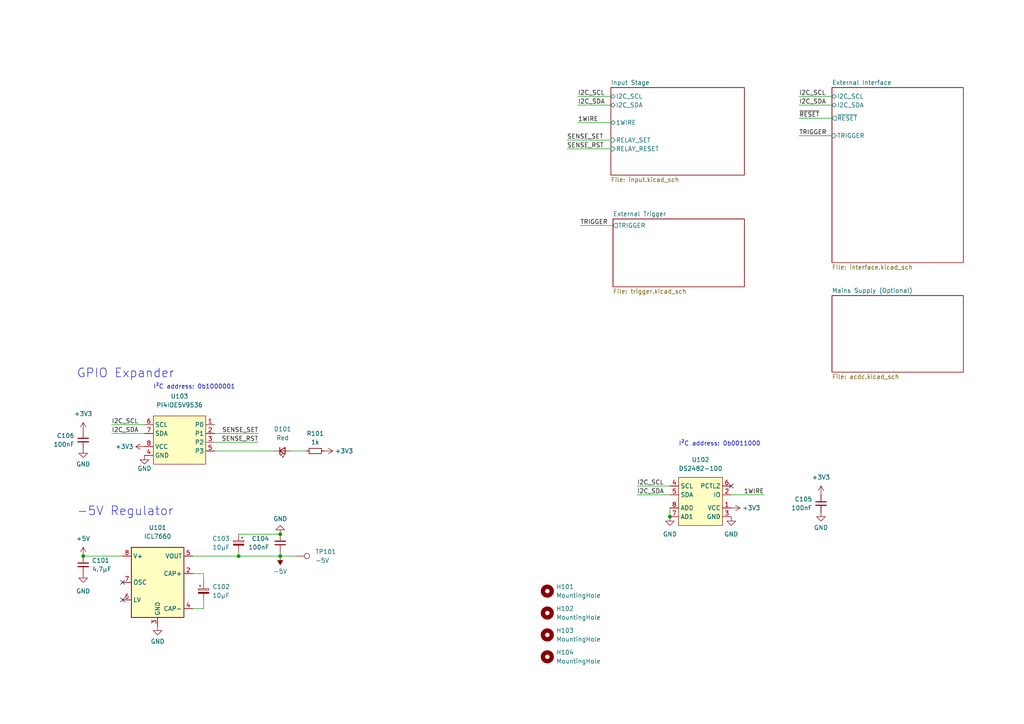
<source format=kicad_sch>
(kicad_sch (version 20211123) (generator eeschema)
  (paper "A4")
  (title_block (title "Dual Programmable Load Driver") (date "2022-04-01") (rev "2"))
  (lib_symbols
    (symbol "Connector:TestPoint" (pin_numbers hide) (pin_names (offset 0.762) hide)
      (property "Reference" "TP" (at 0 6.858 0))
      (property "Value" "TestPoint" (at 0 5.08 0))
      (symbol "TestPoint_0_1"
        (circle (center 0 3.302) (radius 0.762))
      )
      (symbol "TestPoint_1_1"
        (pin passive line (at 0 0 90) (length 2.54) (name "1") (number "1"))
      )
    )
    (symbol "Device:C_Polarized_Small" (pin_numbers hide) (pin_names (offset 0.254) hide)
      (property "Reference" "C" (at 0.254 1.778 0))
      (property "Value" "C_Polarized_Small" (at 0.254 -2.032 0))
      (symbol "C_Polarized_Small_0_1"
        (rectangle (start -1.524 -0.3048) (end 1.524 -0.6858) (fill (type outline)))
        (rectangle (start -1.524 0.6858) (end 1.524 0.3048))
        (polyline (pts (xy -1.27 1.524) (xy -0.762 1.524)))
        (polyline (pts (xy -1.016 1.27) (xy -1.016 1.778)))
      )
      (symbol "C_Polarized_Small_1_1"
        (pin passive line (at 0 2.54 270) (length 1.8542) (name "~") (number "1"))
        (pin passive line (at 0 -2.54 90) (length 1.8542) (name "~") (number "2"))
      )
    )
    (symbol "Device:C_Small" (pin_numbers hide) (pin_names (offset 0.254) hide)
      (property "Reference" "C" (at 0.254 1.778 0))
      (property "Value" "C_Small" (at 0.254 -2.032 0))
      (symbol "C_Small_0_1"
        (polyline (pts (xy -1.524 -0.508) (xy 1.524 -0.508)) (stroke (width 0.3302)))
        (polyline (pts (xy -1.524 0.508) (xy 1.524 0.508)) (stroke (width 0.3048)))
      )
      (symbol "C_Small_1_1"
        (pin passive line (at 0 2.54 270) (length 2.032) (name "~") (number "1"))
        (pin passive line (at 0 -2.54 90) (length 2.032) (name "~") (number "2"))
      )
    )
    (symbol "Device:LED_Small" (pin_numbers hide) (pin_names (offset 0.254) hide)
      (property "Reference" "D" (at -1.27 3.175 0))
      (property "Value" "LED_Small" (at -4.445 -2.54 0))
      (symbol "LED_Small_0_1"
        (polyline (pts (xy -0.762 -1.016) (xy -0.762 1.016)) (stroke (width 0.254)))
        (polyline (pts (xy 1.016 0) (xy -0.762 0)))
        (polyline (pts (xy 0.762 -1.016) (xy -0.762 0) (xy 0.762 1.016) (xy 0.762 -1.016)) (stroke (width 0.254)))
        (polyline (pts (xy 0 0.762) (xy -0.508 1.27) (xy -0.254 1.27) (xy -0.508 1.27) (xy -0.508 1.016)))
        (polyline (pts (xy 0.508 1.27) (xy 0 1.778) (xy 0.254 1.778) (xy 0 1.778) (xy 0 1.524)))
      )
      (symbol "LED_Small_1_1"
        (pin passive line (at -2.54 0 0) (length 1.778) (name "K") (number "1"))
        (pin passive line (at 2.54 0 180) (length 1.778) (name "A") (number "2"))
      )
    )
    (symbol "Device:R_Small" (pin_numbers hide) (pin_names (offset 0.254) hide)
      (property "Reference" "R" (at 0.762 0.508 0))
      (property "Value" "R_Small" (at 0.762 -1.016 0))
      (symbol "R_Small_0_1"
        (rectangle (start -0.762 1.778) (end 0.762 -1.778) (stroke (width 0.2032)))
      )
      (symbol "R_Small_1_1"
        (pin passive line (at 0 2.54 270) (length 0.762) (name "~") (number "1"))
        (pin passive line (at 0 -2.54 90) (length 0.762) (name "~") (number "2"))
      )
    )
    (symbol "Mechanical:MountingHole" (pin_names (offset 1.016))
      (property "Reference" "H" (at 0 5.08 0))
      (property "Value" "MountingHole" (at 0 3.175 0))
      (symbol "MountingHole_0_1"
        (circle (center 0 0) (radius 1.27) (stroke (width 1.27)))
      )
    )
    (symbol "Regulator_SwitchedCapacitor:ICL7660"
      (property "Reference" "U" (at -6.35 11.43 0))
      (property "Value" "ICL7660" (at 3.81 11.43 0))
      (symbol "ICL7660_0_1"
        (rectangle (start -7.62 10.16) (end 7.62 -10.16) (stroke (width 0.254)) (fill (type background)))
      )
      (symbol "ICL7660_1_1"
        (pin no_connect line (at -7.62 5.08 0) (length 2.54) hide (name "NC") (number "1"))
        (pin input line (at 10.16 2.54 180) (length 2.54) (name "CAP+") (number "2"))
        (pin power_in line (at 0 -12.7 90) (length 2.54) (name "GND") (number "3"))
        (pin input line (at 10.16 -7.62 180) (length 2.54) (name "CAP-") (number "4"))
        (pin power_out line (at 10.16 7.62 180) (length 2.54) (name "VOUT") (number "5"))
        (pin input line (at -10.16 -5.08 0) (length 2.54) (name "LV") (number "6"))
        (pin input line (at -10.16 0 0) (length 2.54) (name "OSC") (number "7"))
        (pin power_in line (at -10.16 7.62 0) (length 2.54) (name "V+") (number "8"))
      )
    )
    (symbol "power:+3V3" (power) (pin_names (offset 0))
      (property "Value" "+3V3" (at 0 3.556 0))
      (symbol "+3V3_0_1"
        (polyline (pts (xy -0.762 1.27) (xy 0 2.54)))
        (polyline (pts (xy 0 0) (xy 0 2.54)))
        (polyline (pts (xy 0 2.54) (xy 0.762 1.27)))
      )
      (symbol "+3V3_1_1"
        (pin power_in line (at 0 0 90) (length 0) hide (name "+3V3") (number "1"))
      )
    )
    (symbol "power:+5V" (power) (pin_names (offset 0))
      (property "Value" "+5V" (at 0 3.556 0))
      (symbol "+5V_0_1"
        (polyline (pts (xy -0.762 1.27) (xy 0 2.54)))
        (polyline (pts (xy 0 0) (xy 0 2.54)))
        (polyline (pts (xy 0 2.54) (xy 0.762 1.27)))
      )
      (symbol "+5V_1_1"
        (pin power_in line (at 0 0 90) (length 0) hide (name "+5V") (number "1"))
      )
    )
    (symbol "power:-5V" (power) (pin_names (offset 0))
      (property "Value" "-5V" (at 0 3.81 0))
      (symbol "-5V_0_0"
        (pin power_in line (at 0 0 90) (length 0) hide (name "-5V") (number "1"))
      )
      (symbol "-5V_0_1"
        (polyline (pts (xy 0 0) (xy 0 1.27) (xy 0.762 1.27) (xy 0 2.54) (xy -0.762 1.27) (xy 0 1.27)) (fill (type outline)))
      )
    )
    (symbol "power:GND" (power) (pin_names (offset 0))
      (property "Value" "GND" (at 0 -3.81 0))
      (symbol "GND_0_1"
        (polyline (pts (xy 0 0) (xy 0 -1.27) (xy 1.27 -1.27) (xy 0 -2.54) (xy -1.27 -1.27) (xy 0 -1.27)))
      )
      (symbol "GND_1_1"
        (pin power_in line (at 0 0 270) (length 0) hide (name "GND") (number "1"))
      )
    )
    (symbol "programmable-load:DS2482-100"
      (property "Reference" "U" (at 0 1.27 0))
      (property "Value" "DS2482-100" (at 0 3.81 0))
      (symbol "DS2482-100_0_1"
        (rectangle (start -6.35 0) (end 6.35 -13.97) (fill (type background)))
      )
      (symbol "DS2482-100_1_1"
        (pin power_in line (at 8.89 -8.89 180) (length 2.54) (name "VCC") (number "1"))
        (pin bidirectional line (at 8.89 -5.08 180) (length 2.54) (name "IO") (number "2"))
        (pin power_in line (at 8.89 -11.43 180) (length 2.54) (name "GND") (number "3"))
        (pin bidirectional line (at -8.89 -2.54 0) (length 2.54) (name "SCL") (number "4"))
        (pin bidirectional line (at -8.89 -5.08 0) (length 2.54) (name "SDA") (number "5"))
        (pin bidirectional line (at 8.89 -2.54 180) (length 2.54) (name "PCTLZ") (number "6"))
        (pin input line (at -8.89 -11.43 0) (length 2.54) (name "AD1") (number "7"))
        (pin input line (at -8.89 -8.89 0) (length 2.54) (name "AD0") (number "8"))
      )
    )
    (symbol "programmable-load:PI4IOE5V9536"
      (property "Reference" "U" (at 0 1.27 0))
      (property "Value" "PI4IOE5V9536" (at 0 3.81 0))
      (symbol "PI4IOE5V9536_0_1"
        (rectangle (start -7.62 0) (end 7.62 -13.97) (fill (type background)))
      )
      (symbol "PI4IOE5V9536_1_1"
        (pin bidirectional line (at 10.16 -2.54 180) (length 2.54) (name "P0") (number "1"))
        (pin bidirectional line (at 10.16 -5.08 180) (length 2.54) (name "P1") (number "2"))
        (pin bidirectional line (at 10.16 -7.62 180) (length 2.54) (name "P2") (number "3"))
        (pin power_in line (at -10.16 -11.43 0) (length 2.54) (name "GND") (number "4"))
        (pin bidirectional line (at 10.16 -10.16 180) (length 2.54) (name "P3") (number "5"))
        (pin bidirectional line (at -10.16 -2.54 0) (length 2.54) (name "SCL") (number "6"))
        (pin bidirectional line (at -10.16 -5.08 0) (length 2.54) (name "SDA") (number "7"))
        (pin power_in line (at -10.16 -8.89 0) (length 2.54) (name "VCC") (number "8"))
      )
    )
  )
  (junction (at 81.28 161.29))
  (junction (at 81.28 154.94))
  (junction (at 69.215 161.29))
  (junction (at 24.13 161.29))
  (junction (at 194.31 149.86))
  (no_connect (at 212.09 140.97))
  (no_connect (at 35.56 173.99))
  (no_connect (at 35.56 168.91))
  (wire (pts (xy 62.23 130.81) (xy 79.375 130.81)))
  (wire (pts (xy 55.88 176.53) (xy 59.055 176.53)))
  (wire (pts (xy 177.165 40.64) (xy 164.465 40.64)))
  (wire (pts (xy 167.64 30.48) (xy 177.165 30.48)))
  (wire (pts (xy 212.09 143.51) (xy 221.615 143.51)))
  (wire (pts (xy 32.385 125.73) (xy 41.91 125.73)))
  (wire (pts (xy 59.055 166.37) (xy 59.055 168.91)))
  (wire (pts (xy 62.23 125.73) (xy 74.93 125.73)))
  (wire (pts (xy 184.785 143.51) (xy 194.31 143.51)))
  (wire (pts (xy 84.455 130.81) (xy 88.9 130.81)))
  (wire (pts (xy 81.28 160.02) (xy 81.28 161.29)))
  (wire (pts (xy 184.785 140.97) (xy 194.31 140.97)))
  (wire (pts (xy 231.775 30.48) (xy 241.3 30.48)))
  (wire (pts (xy 24.13 161.29) (xy 35.56 161.29)))
  (wire (pts (xy 55.88 161.29) (xy 69.215 161.29)))
  (wire (pts (xy 81.28 161.29) (xy 85.725 161.29)))
  (wire (pts (xy 194.31 147.32) (xy 194.31 149.86)))
  (wire (pts (xy 59.055 176.53) (xy 59.055 173.99)))
  (wire (pts (xy 69.215 161.29) (xy 69.215 160.02)))
  (wire (pts (xy 69.215 161.29) (xy 81.28 161.29)))
  (wire (pts (xy 167.64 27.94) (xy 177.165 27.94)))
  (wire (pts (xy 32.385 123.19) (xy 41.91 123.19)))
  (wire (pts (xy 168.275 65.405) (xy 177.8 65.405)))
  (wire (pts (xy 231.775 39.37) (xy 241.3 39.37)))
  (wire (pts (xy 231.775 34.29) (xy 241.3 34.29)))
  (wire (pts (xy 55.88 166.37) (xy 59.055 166.37)))
  (wire (pts (xy 177.165 35.56) (xy 167.64 35.56)))
  (wire (pts (xy 177.165 43.18) (xy 164.465 43.18)))
  (wire (pts (xy 231.775 27.94) (xy 241.3 27.94)))
  (wire (pts (xy 62.23 128.27) (xy 74.93 128.27)))
  (wire (pts (xy 69.215 154.94) (xy 81.28 154.94)))
  (text "-5V Regulator" (at 22.225 149.86 0) (effects (font (size 2.54 2.54)) (justify left bottom)))
  (text "I²C address: 0b1000001" (at 44.45 113.03 0) (effects (font (size 1.27 1.27)) (justify left bottom)))
  (text "GPIO Expander" (at 22.225 109.855 0) (effects (font (size 2.54 2.54)) (justify left bottom)))
  (text "I²C address: 0b0011000" (at 196.85 129.54 0) (effects (font (size 1.27 1.27)) (justify left bottom)))
  (label "SENSE_SET" (at 164.465 40.64 0))
  (label "I2C_SCL" (at 184.785 140.97 0))
  (label "1WIRE" (at 221.615 143.51 180))
  (label "~{RESET}" (at 231.775 34.29 0))
  (label "I2C_SDA" (at 32.385 125.73 0))
  (label "I2C_SCL" (at 231.775 27.94 0))
  (label "I2C_SDA" (at 231.775 30.48 0))
  (label "1WIRE" (at 167.64 35.56 0))
  (label "SENSE_RST" (at 164.465 43.18 0))
  (label "SENSE_RST" (at 74.93 128.27 180))
  (label "I2C_SDA" (at 184.785 143.51 0))
  (label "TRIGGER" (at 168.275 65.405 0))
  (label "SENSE_SET" (at 74.93 125.73 180))
  (label "I2C_SCL" (at 32.385 123.19 0))
  (label "TRIGGER" (at 231.775 39.37 0))
  (label "I2C_SCL" (at 167.64 27.94 0))
  (label "I2C_SDA" (at 167.64 30.48 0))
  (symbol (lib_id "Device:C_Polarized_Small") (at 69.215 157.48 0) (mirror y) (unit 1)
    (property "Reference" "C103" (at 66.675 156.21 0) (effects (justify left)))
    (property "Value" "10µF" (at 66.675 158.75 0) (effects (justify left)))
    (property "Footprint" "Capacitor_Tantalum_SMD:CP_EIA-3216-18_Kemet-A_Pad1.58x1.35mm_HandSolder" (effects hide))
    (property "MPN" "TAJA106K016RNJ" (effects hide))
  )
  (symbol (lib_id "power:+3V3") (at 41.91 129.54 90) (unit 1)
    (property "Reference" "#PWR0123" (effects hide))
    (property "Value" "+3V3" (at 38.735 129.54 90) (effects (justify left)))
  )
  (symbol (lib_id "power:-5V") (at 81.28 161.29 180) (unit 1)
    (property "Reference" "#PWR0105" (effects hide))
    (property "Value" "-5V" (at 81.28 165.735 0))
  )
  (symbol (lib_id "Device:C_Small") (at 238.125 146.05 0) (mirror y) (unit 1)
    (property "Reference" "C105" (at 235.585 144.7862 0) (effects (justify left)))
    (property "Value" "100nF" (at 235.585 147.3262 0) (effects (justify left)))
    (property "Footprint" "Capacitor_SMD:C_0805_2012Metric_Pad1.18x1.45mm_HandSolder" (effects hide))
  )
  (symbol (lib_id "power:+3V3") (at 238.125 143.51 0) (unit 1)
    (property "Reference" "#PWR0109" (effects hide))
    (property "Value" "+3V3" (at 238.125 138.43 0))
  )
  (symbol (lib_id "Mechanical:MountingHole") (at 158.75 171.45 0) (unit 1)
    (property "Reference" "H101" (at 161.29 170.1799 0) (effects (justify left)))
    (property "Value" "MountingHole" (at 161.29 172.7199 0) (effects (justify left)))
    (property "Footprint" "MountingHole:MountingHole_3.5mm" (effects hide))
  )
  (symbol (lib_id "power:+3V3") (at 93.98 130.81 270) (mirror x) (unit 1)
    (property "Reference" "#PWR0125" (effects hide))
    (property "Value" "+3V3" (at 97.155 130.8099 90) (effects (justify left)))
  )
  (symbol (lib_id "Regulator_SwitchedCapacitor:ICL7660") (at 45.72 168.91 0) (unit 1)
    (property "Reference" "U101" (at 45.72 153.035 0))
    (property "Value" "ICL7660" (at 45.72 155.575 0))
    (property "Footprint" "Package_SO:SOIC-8_3.9x4.9mm_P1.27mm" (effects hide))
    (property "Datasheet" "http://datasheets.maximintegrated.com/en/ds/ICL7660-MAX1044.pdf" (effects hide))
    (property "MPN" "ICL7660CSA+T" (effects hide))
  )
  (symbol (lib_id "power:GND") (at 24.13 166.37 0) (unit 1)
    (property "Reference" "#PWR0102" (effects hide))
    (property "Value" "GND" (at 24.13 171.45 0))
  )
  (symbol (lib_id "Mechanical:MountingHole") (at 158.75 184.15 0) (unit 1)
    (property "Reference" "H103" (at 161.29 182.8799 0) (effects (justify left)))
    (property "Value" "MountingHole" (at 161.29 185.4199 0) (effects (justify left)))
    (property "Footprint" "MountingHole:MountingHole_3.5mm" (effects hide))
  )
  (symbol (lib_id "power:+3V3") (at 24.13 125.095 0) (unit 1)
    (property "Reference" "#PWR0121" (effects hide))
    (property "Value" "+3V3" (at 24.13 120.015 0))
  )
  (symbol (lib_id "power:GND") (at 238.125 148.59 0) (unit 1)
    (property "Reference" "#PWR0110" (effects hide))
    (property "Value" "GND" (at 238.125 153.035 0))
  )
  (symbol (lib_id "programmable-load:PI4IOE5V9536") (at 52.07 120.65 0) (unit 1)
    (property "Reference" "U103" (at 52.07 114.935 0))
    (property "Value" "PI4IOE5V9536" (at 52.07 117.475 0))
    (property "Footprint" "Package_SO:MSOP-8_3x3mm_P0.65mm" (effects hide))
    (property "Datasheet" "https://www.mouser.com/datasheet/2/115/DIOD_S_A0008345868_1-2543111.pdf" (effects hide))
    (property "MPN" "PI4IOE5V9536UEX" (effects hide))
  )
  (symbol (lib_id "programmable-load:DS2482-100") (at 203.2 138.43 0) (unit 1)
    (property "Reference" "U102" (at 203.2 133.35 0))
    (property "Value" "DS2482-100" (at 203.2 135.89 0))
    (property "Footprint" "Package_SO:SO-8_3.9x4.9mm_P1.27mm" (effects hide))
    (property "Datasheet" "https://datasheets.maximintegrated.com/en/ds/DS2482-100.pdf" (effects hide))
  )
  (symbol (lib_id "Device:LED_Small") (at 81.915 130.81 0) (mirror x) (unit 1)
    (property "Reference" "D101" (at 81.9785 124.46 0))
    (property "Value" "Red" (at 81.9785 127 0))
    (property "Footprint" "LED_SMD:LED_0805_2012Metric_Pad1.15x1.40mm_HandSolder" (effects hide))
    (property "MPN" "150080SS75000" (effects hide))
  )
  (symbol (lib_id "Device:C_Small") (at 24.13 127.635 0) (mirror y) (unit 1)
    (property "Reference" "C106" (at 21.59 126.3712 0) (effects (justify left)))
    (property "Value" "100nF" (at 21.59 128.9112 0) (effects (justify left)))
    (property "Footprint" "Capacitor_SMD:C_0805_2012Metric_Pad1.18x1.45mm_HandSolder" (effects hide))
  )
  (symbol (lib_id "power:GND") (at 81.28 154.94 180) (unit 1)
    (property "Reference" "#PWR0104" (effects hide))
    (property "Value" "GND" (at 81.28 150.495 0))
  )
  (symbol (lib_id "power:GND") (at 45.72 181.61 0) (unit 1)
    (property "Reference" "#PWR0103" (effects hide))
    (property "Value" "GND" (at 45.72 186.055 0))
  )
  (symbol (lib_id "power:+3V3") (at 212.09 147.32 270) (unit 1)
    (property "Reference" "#PWR0107" (effects hide))
    (property "Value" "+3V3" (at 215.265 147.32 90) (effects (justify left)))
  )
  (symbol (lib_id "Device:C_Small") (at 24.13 163.83 0) (unit 1)
    (property "Reference" "C101" (at 26.67 162.5662 0) (effects (justify left)))
    (property "Value" "4.7µF" (at 26.67 165.1062 0) (effects (justify left)))
    (property "Footprint" "Capacitor_SMD:C_0805_2012Metric_Pad1.18x1.45mm_HandSolder" (effects hide))
    (property "MPN" "CL21A475KAQNNNF" (effects hide))
  )
  (symbol (lib_id "Mechanical:MountingHole") (at 158.75 177.8 0) (unit 1)
    (property "Reference" "H102" (at 161.29 176.5299 0) (effects (justify left)))
    (property "Value" "MountingHole" (at 161.29 179.0699 0) (effects (justify left)))
    (property "Footprint" "MountingHole:MountingHole_3.5mm" (effects hide))
  )
  (symbol (lib_id "power:+5V") (at 24.13 161.29 0) (unit 1)
    (property "Reference" "#PWR0101" (effects hide))
    (property "Value" "+5V" (at 24.13 156.21 0))
  )
  (symbol (lib_id "Connector:TestPoint") (at 85.725 161.29 270) (mirror x) (unit 1)
    (property "Reference" "TP101" (at 91.44 160.0199 90) (effects (justify left)))
    (property "Value" "-5V" (at 91.44 162.5599 90) (effects (justify left)))
    (property "Footprint" "TestPoint:TestPoint_Keystone_5000-5004_Miniature" (effects hide))
    (property "Color" "Red" (effects hide))
    (property "MPN" "5000" (effects hide))
  )
  (symbol (lib_id "power:GND") (at 194.31 149.86 0) (unit 1)
    (property "Reference" "#PWR0106" (effects hide))
    (property "Value" "GND" (at 194.31 154.94 0))
  )
  (symbol (lib_id "Device:C_Polarized_Small") (at 59.055 171.45 0) (unit 1)
    (property "Reference" "C102" (at 61.595 170.18 0) (effects (justify left)))
    (property "Value" "10µF" (at 61.595 172.72 0) (effects (justify left)))
    (property "Footprint" "Capacitor_Tantalum_SMD:CP_EIA-3216-18_Kemet-A_Pad1.58x1.35mm_HandSolder" (effects hide))
    (property "MPN" "TAJA106K016RNJ" (effects hide))
  )
  (symbol (lib_id "Device:C_Small") (at 81.28 157.48 0) (mirror x) (unit 1)
    (property "Reference" "C104" (at 78.105 156.2035 0) (effects (justify right)))
    (property "Value" "100nF" (at 78.105 158.7435 0) (effects (justify right)))
    (property "Footprint" "Capacitor_SMD:C_0805_2012Metric_Pad1.18x1.45mm_HandSolder" (effects hide))
  )
  (symbol (lib_id "Mechanical:MountingHole") (at 158.75 190.5 0) (unit 1)
    (property "Reference" "H104" (at 161.29 189.2299 0) (effects (justify left)))
    (property "Value" "MountingHole" (at 161.29 191.7699 0) (effects (justify left)))
    (property "Footprint" "MountingHole:MountingHole_3.5mm" (effects hide))
  )
  (symbol (lib_id "power:GND") (at 212.09 149.86 0) (unit 1)
    (property "Reference" "#PWR0108" (effects hide))
    (property "Value" "GND" (at 212.09 154.94 0))
  )
  (symbol (lib_id "power:GND") (at 24.13 130.175 0) (unit 1)
    (property "Reference" "#PWR0122" (effects hide))
    (property "Value" "GND" (at 24.13 134.62 0))
  )
  (symbol (lib_id "power:GND") (at 41.91 132.08 0) (unit 1)
    (property "Reference" "#PWR0124" (effects hide))
    (property "Value" "GND" (at 41.91 135.89 0))
  )
  (symbol (lib_id "Device:R_Small") (at 91.44 130.81 270) (mirror x) (unit 1)
    (property "Reference" "R101" (at 91.44 125.73 90))
    (property "Value" "1k" (at 91.44 128.27 90))
    (property "Footprint" "Resistor_SMD:R_0805_2012Metric_Pad1.20x1.40mm_HandSolder" (effects hide))
  )
  (sheet (at 177.165 25.4) (size 38.735 25.4) (stroke (width 0.1524))
    (property "Sheet name" "Input Stage" (at 177.165 24.6884 0) (effects (justify left bottom)))
    (property "Sheet file" "input.kicad_sch" (at 177.165 51.3846 0) (effects (justify left top)))
    (pin "I2C_SCL" bidirectional (at 177.165 27.94 180))
    (pin "I2C_SDA" bidirectional (at 177.165 30.48 180))
    (pin "1WIRE" bidirectional (at 177.165 35.56 180))
    (pin "RELAY_SET" input (at 177.165 40.64 180))
    (pin "RELAY_RESET" input (at 177.165 43.18 180))
  )
  (sheet (at 241.3 25.4) (size 38.1 50.8) (stroke (width 0.1524))
    (property "Sheet name" "External Interface" (at 241.3 24.6884 0) (effects (justify left bottom)))
    (property "Sheet file" "interface.kicad_sch" (at 241.3 76.7846 0) (effects (justify left top)))
    (pin "I2C_SCL" bidirectional (at 241.3 27.94 180))
    (pin "I2C_SDA" bidirectional (at 241.3 30.48 180))
    (pin "~{RESET}" output (at 241.3 34.29 180))
    (pin "TRIGGER" input (at 241.3 39.37 180))
  )
  (sheet (at 177.8 63.5) (size 38.1 19.685) (stroke (width 0.1524))
    (property "Sheet name" "External Trigger" (at 177.8 62.7884 0) (effects (justify left bottom)))
    (property "Sheet file" "trigger.kicad_sch" (at 177.8 83.7696 0) (effects (justify left top)))
    (pin "TRIGGER" output (at 177.8 65.405 180))
  )
  (sheet (at 241.3 85.725) (size 38.1 22.225) (stroke (width 0.1524))
    (property "Sheet name" "Mains Supply (Optional)" (at 241.3 85.0134 0) (effects (justify left bottom)))
    (property "Sheet file" "acdc.kicad_sch" (at 241.3 108.5346 0) (effects (justify left top)))
  )
)
</source>
